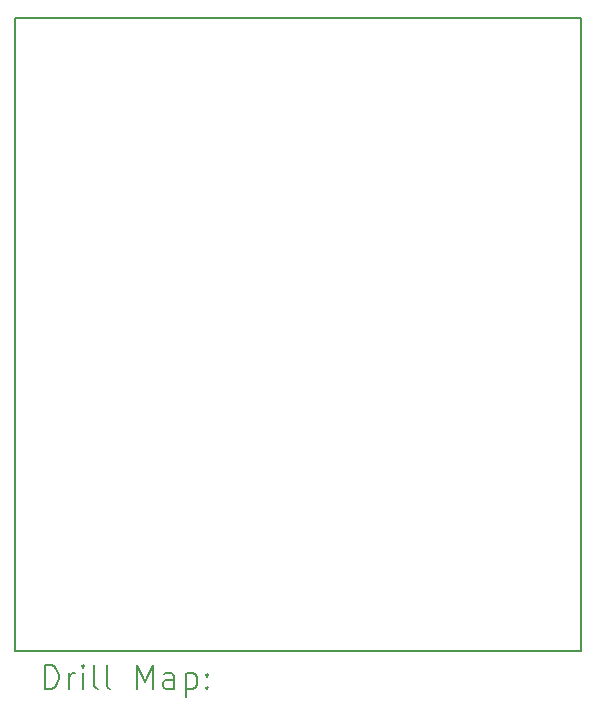
<source format=gbr>
%TF.GenerationSoftware,KiCad,Pcbnew,7.0.7*%
%TF.CreationDate,2023-10-11T19:37:05-04:00*%
%TF.ProjectId,DaisySeedBreakout,44616973-7953-4656-9564-427265616b6f,rev?*%
%TF.SameCoordinates,Original*%
%TF.FileFunction,Drillmap*%
%TF.FilePolarity,Positive*%
%FSLAX45Y45*%
G04 Gerber Fmt 4.5, Leading zero omitted, Abs format (unit mm)*
G04 Created by KiCad (PCBNEW 7.0.7) date 2023-10-11 19:37:05*
%MOMM*%
%LPD*%
G01*
G04 APERTURE LIST*
%ADD10C,0.200000*%
G04 APERTURE END LIST*
D10*
X11620500Y-3200400D02*
X16408400Y-3200400D01*
X16408400Y-8559800D01*
X11620500Y-8559800D01*
X11620500Y-3200400D01*
X11871277Y-8881284D02*
X11871277Y-8681284D01*
X11871277Y-8681284D02*
X11918896Y-8681284D01*
X11918896Y-8681284D02*
X11947467Y-8690808D01*
X11947467Y-8690808D02*
X11966515Y-8709855D01*
X11966515Y-8709855D02*
X11976039Y-8728903D01*
X11976039Y-8728903D02*
X11985562Y-8766998D01*
X11985562Y-8766998D02*
X11985562Y-8795570D01*
X11985562Y-8795570D02*
X11976039Y-8833665D01*
X11976039Y-8833665D02*
X11966515Y-8852712D01*
X11966515Y-8852712D02*
X11947467Y-8871760D01*
X11947467Y-8871760D02*
X11918896Y-8881284D01*
X11918896Y-8881284D02*
X11871277Y-8881284D01*
X12071277Y-8881284D02*
X12071277Y-8747950D01*
X12071277Y-8786046D02*
X12080801Y-8766998D01*
X12080801Y-8766998D02*
X12090324Y-8757474D01*
X12090324Y-8757474D02*
X12109372Y-8747950D01*
X12109372Y-8747950D02*
X12128420Y-8747950D01*
X12195086Y-8881284D02*
X12195086Y-8747950D01*
X12195086Y-8681284D02*
X12185562Y-8690808D01*
X12185562Y-8690808D02*
X12195086Y-8700331D01*
X12195086Y-8700331D02*
X12204610Y-8690808D01*
X12204610Y-8690808D02*
X12195086Y-8681284D01*
X12195086Y-8681284D02*
X12195086Y-8700331D01*
X12318896Y-8881284D02*
X12299848Y-8871760D01*
X12299848Y-8871760D02*
X12290324Y-8852712D01*
X12290324Y-8852712D02*
X12290324Y-8681284D01*
X12423658Y-8881284D02*
X12404610Y-8871760D01*
X12404610Y-8871760D02*
X12395086Y-8852712D01*
X12395086Y-8852712D02*
X12395086Y-8681284D01*
X12652229Y-8881284D02*
X12652229Y-8681284D01*
X12652229Y-8681284D02*
X12718896Y-8824141D01*
X12718896Y-8824141D02*
X12785562Y-8681284D01*
X12785562Y-8681284D02*
X12785562Y-8881284D01*
X12966515Y-8881284D02*
X12966515Y-8776522D01*
X12966515Y-8776522D02*
X12956991Y-8757474D01*
X12956991Y-8757474D02*
X12937943Y-8747950D01*
X12937943Y-8747950D02*
X12899848Y-8747950D01*
X12899848Y-8747950D02*
X12880801Y-8757474D01*
X12966515Y-8871760D02*
X12947467Y-8881284D01*
X12947467Y-8881284D02*
X12899848Y-8881284D01*
X12899848Y-8881284D02*
X12880801Y-8871760D01*
X12880801Y-8871760D02*
X12871277Y-8852712D01*
X12871277Y-8852712D02*
X12871277Y-8833665D01*
X12871277Y-8833665D02*
X12880801Y-8814617D01*
X12880801Y-8814617D02*
X12899848Y-8805093D01*
X12899848Y-8805093D02*
X12947467Y-8805093D01*
X12947467Y-8805093D02*
X12966515Y-8795570D01*
X13061753Y-8747950D02*
X13061753Y-8947950D01*
X13061753Y-8757474D02*
X13080801Y-8747950D01*
X13080801Y-8747950D02*
X13118896Y-8747950D01*
X13118896Y-8747950D02*
X13137943Y-8757474D01*
X13137943Y-8757474D02*
X13147467Y-8766998D01*
X13147467Y-8766998D02*
X13156991Y-8786046D01*
X13156991Y-8786046D02*
X13156991Y-8843189D01*
X13156991Y-8843189D02*
X13147467Y-8862236D01*
X13147467Y-8862236D02*
X13137943Y-8871760D01*
X13137943Y-8871760D02*
X13118896Y-8881284D01*
X13118896Y-8881284D02*
X13080801Y-8881284D01*
X13080801Y-8881284D02*
X13061753Y-8871760D01*
X13242705Y-8862236D02*
X13252229Y-8871760D01*
X13252229Y-8871760D02*
X13242705Y-8881284D01*
X13242705Y-8881284D02*
X13233182Y-8871760D01*
X13233182Y-8871760D02*
X13242705Y-8862236D01*
X13242705Y-8862236D02*
X13242705Y-8881284D01*
X13242705Y-8757474D02*
X13252229Y-8766998D01*
X13252229Y-8766998D02*
X13242705Y-8776522D01*
X13242705Y-8776522D02*
X13233182Y-8766998D01*
X13233182Y-8766998D02*
X13242705Y-8757474D01*
X13242705Y-8757474D02*
X13242705Y-8776522D01*
M02*

</source>
